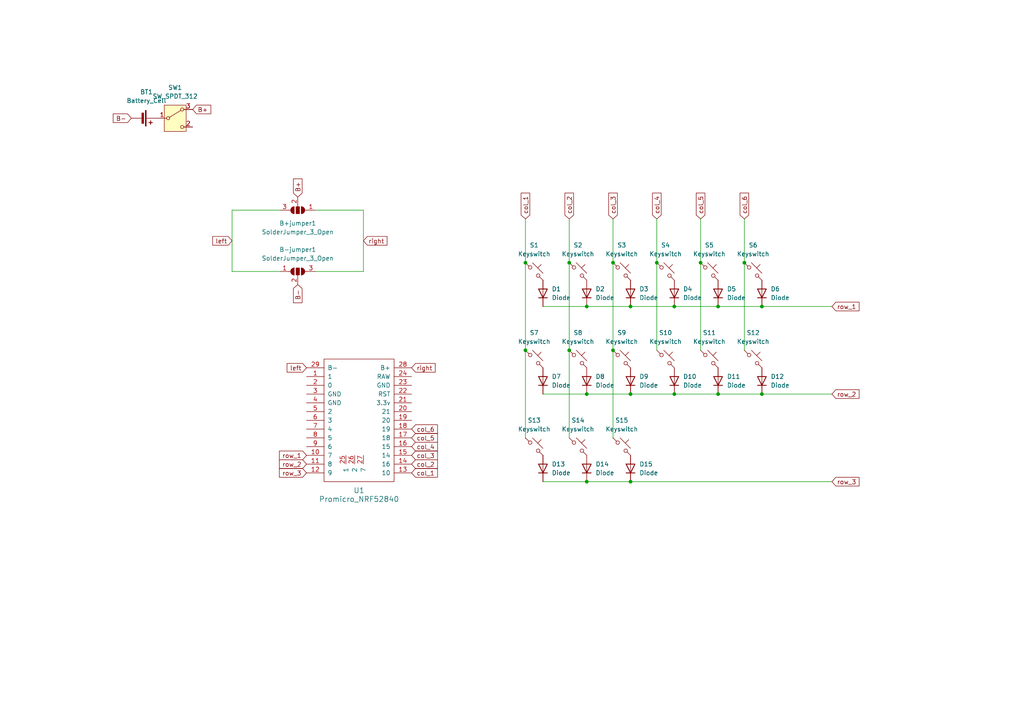
<source format=kicad_sch>
(kicad_sch (version 20250114) (generator "eeschema") (generator_version "9.0")
  (paper "A4")
  (lib_symbols
    (symbol "Device:Battery_Cell" (pin_numbers (hide yes)) (pin_names (offset 0) (hide yes))
      (property "Reference" "BT" (at 2.54 2.54 0))
      (property "Value" "Battery_Cell" (at 2.54 0 0))
      (symbol "Battery_Cell_0_1"
        (rectangle (start -2.286 1.778) (end 2.286 1.524) (fill (type outline)))
        (rectangle (start -1.524 1.016) (end 1.524 0.508) (fill (type outline)))
        (polyline (pts (xy 0 1.778) (xy 0 2.54)))
        (polyline (pts (xy 0 0.762) (xy 0 0)))
        (polyline (pts (xy 0.762 3.048) (xy 1.778 3.048)) (stroke (width 0.254)))
        (polyline (pts (xy 1.27 3.556) (xy 1.27 2.54)) (stroke (width 0.254)))
      )
      (symbol "Battery_Cell_1_1"
        (pin passive line (at 0 5.08 270) (length 2.54) (name "+") (number "1"))
        (pin passive line (at 0 -2.54 90) (length 2.54) (name "-") (number "2"))
      )
    )
    (symbol "Jumper:SolderJumper_3_Open" (pin_names (offset 0) (hide yes)) (in_bom no)
      (property "Reference" "JP" (at -2.54 -2.54 0))
      (property "Value" "SolderJumper_3_Open" (at 0 2.794 0))
      (symbol "SolderJumper_3_Open_0_1"
        (polyline (pts (xy -2.54 0) (xy -2.032 0)))
        (polyline (pts (xy -1.016 1.016) (xy -1.016 -1.016)))
        (arc (start -1.016 -1.016) (mid -2.0276 0) (end -1.016 1.016))
        (arc (start -1.016 -1.016) (mid -2.0276 0) (end -1.016 1.016) (fill (type outline)))
        (rectangle (start -0.508 1.016) (end 0.508 -1.016) (fill (type outline)))
        (polyline (pts (xy 0 -1.27) (xy 0 -1.016)))
        (arc (start 1.016 1.016) (mid 2.0276 0) (end 1.016 -1.016))
        (arc (start 1.016 1.016) (mid 2.0276 0) (end 1.016 -1.016) (fill (type outline)))
        (polyline (pts (xy 1.016 1.016) (xy 1.016 -1.016)))
        (polyline (pts (xy 2.54 0) (xy 2.032 0)))
      )
      (symbol "SolderJumper_3_Open_1_1"
        (pin passive line (at -5.08 0 0) (length 2.54) (name "A") (number "1"))
        (pin passive line (at 0 -3.81 90) (length 2.54) (name "C") (number "2"))
        (pin passive line (at 5.08 0 180) (length 2.54) (name "B") (number "3"))
      )
    )
    (symbol "Lander03xD:MCU_promicro_nrf52840" (pin_names (offset 1.016))
      (property "Reference" "U" (at 0 0 0))
      (property "Value" "Promicro_NRF52840" (at 0 -20.32 0))
      (symbol "MCU_promicro_nrf52840_0_1"
        (rectangle (start -10.16 17.78) (end 10.16 -17.78))
      )
      (symbol "MCU_promicro_nrf52840_1_1"
        (pin input line (at -15.24 15.24 0) (length 5.08) (name "B-") (number "29"))
        (pin input line (at -15.24 12.7 0) (length 5.08) (name "1") (number "1"))
        (pin input line (at -15.24 10.16 0) (length 5.08) (name "0") (number "2"))
        (pin input line (at -15.24 7.62 0) (length 5.08) (name "GND") (number "3"))
        (pin input line (at -15.24 5.08 0) (length 5.08) (name "GND") (number "4"))
        (pin input line (at -15.24 2.54 0) (length 5.08) (name "2") (number "5"))
        (pin input line (at -15.24 0 0) (length 5.08) (name "3") (number "6"))
        (pin input line (at -15.24 -2.54 0) (length 5.08) (name "4") (number "7"))
        (pin input line (at -15.24 -5.08 0) (length 5.08) (name "5") (number "8"))
        (pin input line (at -15.24 -7.62 0) (length 5.08) (name "6") (number "9"))
        (pin input line (at -15.24 -10.16 0) (length 5.08) (name "7") (number "10"))
        (pin input line (at -15.24 -12.7 0) (length 5.08) (name "8") (number "11"))
        (pin input line (at -15.24 -15.24 0) (length 5.08) (name "9") (number "12"))
        (pin input line (at -3.81 -10.16 270) (length 2.5) (name "1") (number "25"))
        (pin input line (at -1.27 -10.16 270) (length 2.5) (name "2") (number "26"))
        (pin input line (at 1.27 -10.16 270) (length 2.5) (name "7") (number "27"))
        (pin input line (at 15.24 15.24 180) (length 5.08) (name "B+") (number "28"))
        (pin input line (at 15.24 12.7 180) (length 5.08) (name "RAW") (number "24"))
        (pin input line (at 15.24 10.16 180) (length 5.08) (name "GND") (number "23"))
        (pin input line (at 15.24 7.62 180) (length 5.08) (name "RST") (number "22"))
        (pin input line (at 15.24 5.08 180) (length 5.08) (name "3.3v") (number "21"))
        (pin input line (at 15.24 2.54 180) (length 5.08) (name "21") (number "20"))
        (pin input line (at 15.24 0 180) (length 5.08) (name "20") (number "19"))
        (pin input line (at 15.24 -2.54 180) (length 5.08) (name "19") (number "18"))
        (pin input line (at 15.24 -5.08 180) (length 5.08) (name "18") (number "17"))
        (pin input line (at 15.24 -7.62 180) (length 5.08) (name "15") (number "16"))
        (pin input line (at 15.24 -10.16 180) (length 5.08) (name "14") (number "15"))
        (pin input line (at 15.24 -12.7 180) (length 5.08) (name "16") (number "14"))
        (pin input line (at 15.24 -15.24 180) (length 5.08) (name "10") (number "13"))
      )
    )
    (symbol "ScottoKeebs:Placeholder_Diode" (pin_numbers (hide yes)) (pin_names (hide yes))
      (property "Reference" "D" (at 0 2.54 0))
      (property "Value" "Diode" (at 0 -2.54 0))
      (symbol "Placeholder_Diode_0_1"
        (polyline (pts (xy -1.27 1.27) (xy -1.27 -1.27)) (stroke (width 0.254)))
        (polyline (pts (xy 1.27 1.27) (xy 1.27 -1.27) (xy -1.27 0) (xy 1.27 1.27)) (stroke (width 0.254)))
        (polyline (pts (xy 1.27 0) (xy -1.27 0)))
      )
      (symbol "Placeholder_Diode_1_1"
        (pin passive line (at -3.81 0 0) (length 2.54) (name "K") (number "1"))
        (pin passive line (at 3.81 0 180) (length 2.54) (name "A") (number "2"))
      )
    )
    (symbol "ScottoKeebs:Placeholder_Keyswitch" (pin_numbers (hide yes)) (pin_names (offset 1.016) (hide yes))
      (property "Reference" "S" (at 3.048 1.016 0))
      (property "Value" "Keyswitch" (at 0 -3.81 0))
      (symbol "Placeholder_Keyswitch_0_1"
        (polyline (pts (xy -2.54 2.54) (xy -1.524 1.524) (xy -1.524 1.524)))
        (circle (center -1.1684 1.1684) (radius 0.508))
        (polyline (pts (xy -0.508 2.54) (xy 2.54 -0.508)))
        (polyline (pts (xy 1.016 1.016) (xy 2.032 2.032)))
        (circle (center 1.143 -1.1938) (radius 0.508))
        (polyline (pts (xy 1.524 -1.524) (xy 2.54 -2.54) (xy 2.54 -2.54) (xy 2.54 -2.54)))
        (pin passive line (at -2.54 2.54 0) (length 0) (name "1") (number "1"))
        (pin passive line (at 2.54 -2.54 180) (length 0) (name "2") (number "2"))
      )
    )
    (symbol "Switch:SW_SPDT_312" (pin_names (offset 1) (hide yes))
      (property "Reference" "SW" (at 0 5.08 0))
      (property "Value" "SW_SPDT_312" (at 0 -5.08 0))
      (symbol "SW_SPDT_312_0_1"
        (circle (center -2.032 0) (radius 0.4572))
        (polyline (pts (xy -1.651 0.254) (xy 1.651 2.286)))
        (circle (center 2.032 2.54) (radius 0.4572))
        (circle (center 2.032 -2.54) (radius 0.4572))
      )
      (symbol "SW_SPDT_312_1_1"
        (rectangle (start -3.175 3.81) (end 3.175 -3.81) (fill (type background)))
        (pin passive line (at -5.08 0 0) (length 2.54) (name "B") (number "1"))
        (pin passive line (at 5.08 2.54 180) (length 2.54) (name "A") (number "3"))
        (pin passive line (at 5.08 -2.54 180) (length 2.54) (name "C") (number "2"))
      )
    )
  )
  (junction (at 208.28 88.9))
  (junction (at 177.8 101.6))
  (junction (at 165.1 76.2))
  (junction (at 195.58 88.9))
  (junction (at 215.9 76.2))
  (junction (at 170.18 139.7))
  (junction (at 220.98 114.3))
  (junction (at 195.58 114.3))
  (junction (at 152.4 101.6))
  (junction (at 170.18 114.3))
  (junction (at 220.98 88.9))
  (junction (at 182.88 88.9))
  (junction (at 203.2 76.2))
  (junction (at 152.4 76.2))
  (junction (at 165.1 101.6))
  (junction (at 190.5 76.2))
  (junction (at 182.88 139.7))
  (junction (at 182.88 114.3))
  (junction (at 208.28 114.3))
  (junction (at 170.18 88.9))
  (junction (at 177.8 76.2))
  (wire (pts (xy 152.4 63.5) (xy 152.4 76.2)))
  (wire (pts (xy 105.41 78.74) (xy 105.41 60.96)))
  (wire (pts (xy 157.48 114.3) (xy 170.18 114.3)))
  (wire (pts (xy 195.58 114.3) (xy 208.28 114.3)))
  (wire (pts (xy 215.9 76.2) (xy 215.9 101.6)))
  (wire (pts (xy 195.58 88.9) (xy 208.28 88.9)))
  (wire (pts (xy 220.98 88.9) (xy 241.3 88.9)))
  (wire (pts (xy 190.5 76.2) (xy 190.5 101.6)))
  (wire (pts (xy 170.18 114.3) (xy 182.88 114.3)))
  (wire (pts (xy 190.5 63.5) (xy 190.5 76.2)))
  (wire (pts (xy 177.8 101.6) (xy 177.8 127)))
  (wire (pts (xy 177.8 76.2) (xy 177.8 101.6)))
  (wire (pts (xy 170.18 139.7) (xy 182.88 139.7)))
  (wire (pts (xy 203.2 76.2) (xy 203.2 101.6)))
  (wire (pts (xy 67.31 60.96) (xy 81.28 60.96)))
  (wire (pts (xy 157.48 139.7) (xy 170.18 139.7)))
  (wire (pts (xy 203.2 63.5) (xy 203.2 76.2)))
  (wire (pts (xy 220.98 114.3) (xy 241.3 114.3)))
  (wire (pts (xy 152.4 101.6) (xy 152.4 127)))
  (wire (pts (xy 182.88 88.9) (xy 195.58 88.9)))
  (wire (pts (xy 165.1 101.6) (xy 165.1 127)))
  (wire (pts (xy 157.48 88.9) (xy 170.18 88.9)))
  (wire (pts (xy 81.28 78.74) (xy 67.31 78.74)))
  (wire (pts (xy 152.4 76.2) (xy 152.4 101.6)))
  (wire (pts (xy 208.28 88.9) (xy 220.98 88.9)))
  (wire (pts (xy 91.44 60.96) (xy 105.41 60.96)))
  (wire (pts (xy 165.1 63.5) (xy 165.1 76.2)))
  (wire (pts (xy 182.88 114.3) (xy 195.58 114.3)))
  (wire (pts (xy 165.1 76.2) (xy 165.1 101.6)))
  (wire (pts (xy 105.41 78.74) (xy 91.44 78.74)))
  (wire (pts (xy 182.88 139.7) (xy 241.3 139.7)))
  (wire (pts (xy 67.31 60.96) (xy 67.31 78.74)))
  (wire (pts (xy 170.18 88.9) (xy 182.88 88.9)))
  (wire (pts (xy 208.28 114.3) (xy 220.98 114.3)))
  (wire (pts (xy 177.8 63.5) (xy 177.8 76.2)))
  (wire (pts (xy 215.9 63.5) (xy 215.9 76.2)))
  (global_label "row_3" (shape input) (at 241.3 139.7 0) (property "Intersheetrefs" "${INTERSHEET_REFS}" (effects (hide yes))))
  (global_label "right" (shape input) (at 119.38 106.68 0) (property "Intersheetrefs" "${INTERSHEET_REFS}" (effects (hide yes))))
  (global_label "col_5" (shape input) (at 203.2 63.5 90) (property "Intersheetrefs" "${INTERSHEET_REFS}" (effects (hide yes))))
  (global_label "row_1" (shape input) (at 241.3 88.9 0) (property "Intersheetrefs" "${INTERSHEET_REFS}" (effects (hide yes))))
  (global_label "col_3" (shape input) (at 119.38 132.08 0) (property "Intersheetrefs" "${INTERSHEET_REFS}" (effects (hide yes))))
  (global_label "row_2" (shape input) (at 241.3 114.3 0) (property "Intersheetrefs" "${INTERSHEET_REFS}" (effects (hide yes))))
  (global_label "col_2" (shape input) (at 119.38 134.62 0) (property "Intersheetrefs" "${INTERSHEET_REFS}" (effects (hide yes))))
  (global_label "row_1" (shape input) (at 88.9 132.08 180) (property "Intersheetrefs" "${INTERSHEET_REFS}" (effects (hide yes))))
  (global_label "col_6" (shape input) (at 119.38 124.46 0) (property "Intersheetrefs" "${INTERSHEET_REFS}" (effects (hide yes))))
  (global_label "col_1" (shape input) (at 152.4 63.5 90) (property "Intersheetrefs" "${INTERSHEET_REFS}" (effects (hide yes))))
  (global_label "B+" (shape input) (at 55.88 31.75 0) (property "Intersheetrefs" "${INTERSHEET_REFS}" (effects (hide yes))))
  (global_label "right" (shape input) (at 105.41 69.85 0) (property "Intersheetrefs" "${INTERSHEET_REFS}" (effects (hide yes))))
  (global_label "B-" (shape input) (at 86.36 82.55 270) (property "Intersheetrefs" "${INTERSHEET_REFS}" (effects (hide yes))))
  (global_label "row_2" (shape input) (at 88.9 134.62 180) (property "Intersheetrefs" "${INTERSHEET_REFS}" (effects (hide yes))))
  (global_label "left" (shape input) (at 67.31 69.85 180) (property "Intersheetrefs" "${INTERSHEET_REFS}" (effects (hide yes))))
  (global_label "B-" (shape input) (at 38.1 34.29 180) (property "Intersheetrefs" "${INTERSHEET_REFS}" (effects (hide yes))))
  (global_label "col_2" (shape input) (at 165.1 63.5 90) (property "Intersheetrefs" "${INTERSHEET_REFS}" (effects (hide yes))))
  (global_label "col_6" (shape input) (at 215.9 63.5 90) (property "Intersheetrefs" "${INTERSHEET_REFS}" (effects (hide yes))))
  (global_label "col_1" (shape input) (at 119.38 137.16 0) (property "Intersheetrefs" "${INTERSHEET_REFS}" (effects (hide yes))))
  (global_label "left" (shape input) (at 88.9 106.68 180) (property "Intersheetrefs" "${INTERSHEET_REFS}" (effects (hide yes))))
  (global_label "col_3" (shape input) (at 177.8 63.5 90) (property "Intersheetrefs" "${INTERSHEET_REFS}" (effects (hide yes))))
  (global_label "col_4" (shape input) (at 119.38 129.54 0) (property "Intersheetrefs" "${INTERSHEET_REFS}" (effects (hide yes))))
  (global_label "col_4" (shape input) (at 190.5 63.5 90) (property "Intersheetrefs" "${INTERSHEET_REFS}" (effects (hide yes))))
  (global_label "col_5" (shape input) (at 119.38 127 0) (property "Intersheetrefs" "${INTERSHEET_REFS}" (effects (hide yes))))
  (global_label "B+" (shape input) (at 86.36 57.15 90) (property "Intersheetrefs" "${INTERSHEET_REFS}" (effects (hide yes))))
  (global_label "row_3" (shape input) (at 88.9 137.16 180) (property "Intersheetrefs" "${INTERSHEET_REFS}" (effects (hide yes))))
  (symbol (lib_id "ScottoKeebs:Placeholder_Diode") (at 170.18 110.49 90) (unit 1)
    (property "Reference" "D8" (at 172.72 109.2199 90) (effects (justify right)))
    (property "Value" "Diode" (at 172.72 111.7599 90) (effects (justify right)))
    (property "Footprint" "ScottoKeebs_Components:Diode_DO-35" (effects (hide yes)))
    (property "Description" "1N4148 (DO-35) or 1N4148W (SOD-123)" (effects (hide yes)))
    (property "Sim.Device" "D" (effects (hide yes)))
    (property "Sim.Pins" "1=K 2=A" (effects (hide yes)))
  )
  (symbol (lib_id "ScottoKeebs:Placeholder_Diode") (at 157.48 135.89 90) (unit 1)
    (property "Reference" "D13" (at 160.02 134.6199 90) (effects (justify right)))
    (property "Value" "Diode" (at 160.02 137.1599 90) (effects (justify right)))
    (property "Footprint" "ScottoKeebs_Components:Diode_DO-35" (effects (hide yes)))
    (property "Description" "1N4148 (DO-35) or 1N4148W (SOD-123)" (effects (hide yes)))
    (property "Sim.Device" "D" (effects (hide yes)))
    (property "Sim.Pins" "1=K 2=A" (effects (hide yes)))
  )
  (symbol (lib_id "ScottoKeebs:Placeholder_Diode") (at 157.48 85.09 90) (unit 1)
    (property "Reference" "D1" (at 160.02 83.8199 90) (effects (justify right)))
    (property "Value" "Diode" (at 160.02 86.3599 90) (effects (justify right)))
    (property "Footprint" "ScottoKeebs_Components:Diode_DO-35" (effects (hide yes)))
    (property "Description" "1N4148 (DO-35) or 1N4148W (SOD-123)" (effects (hide yes)))
    (property "Sim.Device" "D" (effects (hide yes)))
    (property "Sim.Pins" "1=K 2=A" (effects (hide yes)))
  )
  (symbol (lib_id "Device:Battery_Cell") (at 40.64 34.29 270) (unit 1)
    (property "Reference" "BT1" (at 42.4815 26.67 90))
    (property "Value" "Battery_Cell" (at 42.4815 29.21 90))
    (property "Footprint" "lander03xD:SbM-9202_14250_battery_holder" (effects (hide yes)))
    (property "Description" "Single-cell battery" (effects (hide yes)))
  )
  (symbol (lib_id "ScottoKeebs:Placeholder_Keyswitch") (at 154.94 78.74 0) (unit 1)
    (property "Reference" "S1" (at 154.94 71.12 0))
    (property "Value" "Keyswitch" (at 154.94 73.66 0))
    (property "Footprint" "lander03xD:Hotswap_MX_1.00u_reversible_18.5mm" (effects (hide yes)))
    (property "Description" "Push button switch, normally open, two pins, 45° tilted" (effects (hide yes)))
  )
  (symbol (lib_id "ScottoKeebs:Placeholder_Diode") (at 195.58 110.49 90) (unit 1)
    (property "Reference" "D10" (at 198.12 109.2199 90) (effects (justify right)))
    (property "Value" "Diode" (at 198.12 111.7599 90) (effects (justify right)))
    (property "Footprint" "ScottoKeebs_Components:Diode_DO-35" (effects (hide yes)))
    (property "Description" "1N4148 (DO-35) or 1N4148W (SOD-123)" (effects (hide yes)))
    (property "Sim.Device" "D" (effects (hide yes)))
    (property "Sim.Pins" "1=K 2=A" (effects (hide yes)))
  )
  (symbol (lib_id "ScottoKeebs:Placeholder_Diode") (at 195.58 85.09 90) (unit 1)
    (property "Reference" "D4" (at 198.12 83.8199 90) (effects (justify right)))
    (property "Value" "Diode" (at 198.12 86.3599 90) (effects (justify right)))
    (property "Footprint" "ScottoKeebs_Components:Diode_DO-35" (effects (hide yes)))
    (property "Description" "1N4148 (DO-35) or 1N4148W (SOD-123)" (effects (hide yes)))
    (property "Sim.Device" "D" (effects (hide yes)))
    (property "Sim.Pins" "1=K 2=A" (effects (hide yes)))
  )
  (symbol (lib_id "ScottoKeebs:Placeholder_Diode") (at 208.28 110.49 90) (unit 1)
    (property "Reference" "D11" (at 210.82 109.2199 90) (effects (justify right)))
    (property "Value" "Diode" (at 210.82 111.7599 90) (effects (justify right)))
    (property "Footprint" "ScottoKeebs_Components:Diode_DO-35" (effects (hide yes)))
    (property "Description" "1N4148 (DO-35) or 1N4148W (SOD-123)" (effects (hide yes)))
    (property "Sim.Device" "D" (effects (hide yes)))
    (property "Sim.Pins" "1=K 2=A" (effects (hide yes)))
  )
  (symbol (lib_id "ScottoKeebs:Placeholder_Keyswitch") (at 167.64 104.14 0) (unit 1)
    (property "Reference" "S8" (at 167.64 96.52 0))
    (property "Value" "Keyswitch" (at 167.64 99.06 0))
    (property "Footprint" "lander03xD:Hotswap_MX_1.00u_reversible_18.5mm" (effects (hide yes)))
    (property "Description" "Push button switch, normally open, two pins, 45° tilted" (effects (hide yes)))
  )
  (symbol (lib_id "ScottoKeebs:Placeholder_Keyswitch") (at 193.04 78.74 0) (unit 1)
    (property "Reference" "S4" (at 193.04 71.12 0))
    (property "Value" "Keyswitch" (at 193.04 73.66 0))
    (property "Footprint" "lander03xD:Hotswap_MX_1.00u_reversible_18.5mm" (effects (hide yes)))
    (property "Description" "Push button switch, normally open, two pins, 45° tilted" (effects (hide yes)))
  )
  (symbol (lib_id "ScottoKeebs:Placeholder_Diode") (at 182.88 135.89 90) (unit 1)
    (property "Reference" "D15" (at 185.42 134.6199 90) (effects (justify right)))
    (property "Value" "Diode" (at 185.42 137.1599 90) (effects (justify right)))
    (property "Footprint" "ScottoKeebs_Components:Diode_DO-35" (effects (hide yes)))
    (property "Description" "1N4148 (DO-35) or 1N4148W (SOD-123)" (effects (hide yes)))
    (property "Sim.Device" "D" (effects (hide yes)))
    (property "Sim.Pins" "1=K 2=A" (effects (hide yes)))
  )
  (symbol (lib_id "ScottoKeebs:Placeholder_Diode") (at 170.18 135.89 90) (unit 1)
    (property "Reference" "D14" (at 172.72 134.6199 90) (effects (justify right)))
    (property "Value" "Diode" (at 172.72 137.1599 90) (effects (justify right)))
    (property "Footprint" "ScottoKeebs_Components:Diode_DO-35" (effects (hide yes)))
    (property "Description" "1N4148 (DO-35) or 1N4148W (SOD-123)" (effects (hide yes)))
    (property "Sim.Device" "D" (effects (hide yes)))
    (property "Sim.Pins" "1=K 2=A" (effects (hide yes)))
  )
  (symbol (lib_id "ScottoKeebs:Placeholder_Keyswitch") (at 218.44 78.74 0) (unit 1)
    (property "Reference" "S6" (at 218.44 71.12 0))
    (property "Value" "Keyswitch" (at 218.44 73.66 0))
    (property "Footprint" "lander03xD:Hotswap_MX_1.00u_reversible_18.5mm" (effects (hide yes)))
    (property "Description" "Push button switch, normally open, two pins, 45° tilted" (effects (hide yes)))
  )
  (symbol (lib_id "ScottoKeebs:Placeholder_Keyswitch") (at 154.94 104.14 0) (unit 1)
    (property "Reference" "S7" (at 154.94 96.52 0))
    (property "Value" "Keyswitch" (at 154.94 99.06 0))
    (property "Footprint" "lander03xD:Hotswap_MX_1.00u_reversible_18.5mm" (effects (hide yes)))
    (property "Description" "Push button switch, normally open, two pins, 45° tilted" (effects (hide yes)))
  )
  (symbol (lib_id "Jumper:SolderJumper_3_Open") (at 86.36 60.96 180) (unit 1) (in_bom no)
    (property "Reference" "B+jumper1" (at 86.36 64.77 0))
    (property "Value" "SolderJumper_3_Open" (at 86.36 67.31 0))
    (property "Footprint" "Jumper:SolderJumper-3_P2.0mm_Open_TrianglePad1.0x1.5mm" (effects (hide yes)))
    (property "Description" "Solder Jumper, 3-pole, open" (effects (hide yes)))
  )
  (symbol (lib_id "ScottoKeebs:Placeholder_Keyswitch") (at 218.44 104.14 0) (unit 1)
    (property "Reference" "S12" (at 218.44 96.52 0))
    (property "Value" "Keyswitch" (at 218.44 99.06 0))
    (property "Footprint" "lander03xD:Hotswap_MX_1.00u_reversible_18.5mm" (effects (hide yes)))
    (property "Description" "Push button switch, normally open, two pins, 45° tilted" (effects (hide yes)))
  )
  (symbol (lib_id "Jumper:SolderJumper_3_Open") (at 86.36 78.74 0) (unit 1) (in_bom no)
    (property "Reference" "B-jumper1" (at 86.36 72.39 0))
    (property "Value" "SolderJumper_3_Open" (at 86.36 74.93 0))
    (property "Footprint" "Jumper:SolderJumper-3_P2.0mm_Open_TrianglePad1.0x1.5mm" (effects (hide yes)))
    (property "Description" "Solder Jumper, 3-pole, open" (effects (hide yes)))
  )
  (symbol (lib_id "ScottoKeebs:Placeholder_Keyswitch") (at 154.94 129.54 0) (unit 1)
    (property "Reference" "S13" (at 154.94 121.92 0))
    (property "Value" "Keyswitch" (at 154.94 124.46 0))
    (property "Footprint" "lander03xD:Hotswap_MX_1.00u_reversible_18.5mm" (effects (hide yes)))
    (property "Description" "Push button switch, normally open, two pins, 45° tilted" (effects (hide yes)))
  )
  (symbol (lib_id "ScottoKeebs:Placeholder_Diode") (at 220.98 110.49 90) (unit 1)
    (property "Reference" "D12" (at 223.52 109.2199 90) (effects (justify right)))
    (property "Value" "Diode" (at 223.52 111.7599 90) (effects (justify right)))
    (property "Footprint" "ScottoKeebs_Components:Diode_DO-35" (effects (hide yes)))
    (property "Description" "1N4148 (DO-35) or 1N4148W (SOD-123)" (effects (hide yes)))
    (property "Sim.Device" "D" (effects (hide yes)))
    (property "Sim.Pins" "1=K 2=A" (effects (hide yes)))
  )
  (symbol (lib_id "ScottoKeebs:Placeholder_Keyswitch") (at 167.64 129.54 0) (unit 1)
    (property "Reference" "S14" (at 167.64 121.92 0))
    (property "Value" "Keyswitch" (at 167.64 124.46 0))
    (property "Footprint" "lander03xD:Hotswap_MX_1.00u_reversible_18.5mm" (effects (hide yes)))
    (property "Description" "Push button switch, normally open, two pins, 45° tilted" (effects (hide yes)))
  )
  (symbol (lib_id "ScottoKeebs:Placeholder_Diode") (at 170.18 85.09 90) (unit 1)
    (property "Reference" "D2" (at 172.72 83.8199 90) (effects (justify right)))
    (property "Value" "Diode" (at 172.72 86.3599 90) (effects (justify right)))
    (property "Footprint" "ScottoKeebs_Components:Diode_DO-35" (effects (hide yes)))
    (property "Description" "1N4148 (DO-35) or 1N4148W (SOD-123)" (effects (hide yes)))
    (property "Sim.Device" "D" (effects (hide yes)))
    (property "Sim.Pins" "1=K 2=A" (effects (hide yes)))
  )
  (symbol (lib_id "ScottoKeebs:Placeholder_Keyswitch") (at 180.34 104.14 0) (unit 1)
    (property "Reference" "S9" (at 180.34 96.52 0))
    (property "Value" "Keyswitch" (at 180.34 99.06 0))
    (property "Footprint" "lander03xD:Hotswap_MX_1.00u_reversible_18.5mm" (effects (hide yes)))
    (property "Description" "Push button switch, normally open, two pins, 45° tilted" (effects (hide yes)))
  )
  (symbol (lib_id "ScottoKeebs:Placeholder_Keyswitch") (at 193.04 104.14 0) (unit 1)
    (property "Reference" "S10" (at 193.04 96.52 0))
    (property "Value" "Keyswitch" (at 193.04 99.06 0))
    (property "Footprint" "lander03xD:Hotswap_MX_1.00u_reversible_18.5mm" (effects (hide yes)))
    (property "Description" "Push button switch, normally open, two pins, 45° tilted" (effects (hide yes)))
  )
  (symbol (lib_id "ScottoKeebs:Placeholder_Diode") (at 220.98 85.09 90) (unit 1)
    (property "Reference" "D6" (at 223.52 83.8199 90) (effects (justify right)))
    (property "Value" "Diode" (at 223.52 86.3599 90) (effects (justify right)))
    (property "Footprint" "ScottoKeebs_Components:Diode_DO-35" (effects (hide yes)))
    (property "Description" "1N4148 (DO-35) or 1N4148W (SOD-123)" (effects (hide yes)))
    (property "Sim.Device" "D" (effects (hide yes)))
    (property "Sim.Pins" "1=K 2=A" (effects (hide yes)))
  )
  (symbol (lib_id "Lander03xD:MCU_promicro_nrf52840") (at 104.14 121.92 0) (unit 1)
    (property "Reference" "U1" (at 104.14 142.24 0) (effects (font (size 1.524 1.524))))
    (property "Value" "Promicro_NRF52840" (at 104.14 144.78 0) (effects (font (size 1.524 1.524))))
    (property "Footprint" "lander03xD:Promicro_nrf52840" (effects (hide yes)))
  )
  (symbol (lib_id "ScottoKeebs:Placeholder_Diode") (at 157.48 110.49 90) (unit 1)
    (property "Reference" "D7" (at 160.02 109.2199 90) (effects (justify right)))
    (property "Value" "Diode" (at 160.02 111.7599 90) (effects (justify right)))
    (property "Footprint" "ScottoKeebs_Components:Diode_DO-35" (effects (hide yes)))
    (property "Description" "1N4148 (DO-35) or 1N4148W (SOD-123)" (effects (hide yes)))
    (property "Sim.Device" "D" (effects (hide yes)))
    (property "Sim.Pins" "1=K 2=A" (effects (hide yes)))
  )
  (symbol (lib_id "ScottoKeebs:Placeholder_Keyswitch") (at 180.34 78.74 0) (unit 1)
    (property "Reference" "S3" (at 180.34 71.12 0))
    (property "Value" "Keyswitch" (at 180.34 73.66 0))
    (property "Footprint" "lander03xD:Hotswap_MX_1.00u_reversible_18.5mm" (effects (hide yes)))
    (property "Description" "Push button switch, normally open, two pins, 45° tilted" (effects (hide yes)))
  )
  (symbol (lib_id "ScottoKeebs:Placeholder_Keyswitch") (at 180.34 129.54 0) (unit 1)
    (property "Reference" "S15" (at 180.34 121.92 0))
    (property "Value" "Keyswitch" (at 180.34 124.46 0))
    (property "Footprint" "lander03xD:Hotswap_MX_1.00u_reversible_18.5mm" (effects (hide yes)))
    (property "Description" "Push button switch, normally open, two pins, 45° tilted" (effects (hide yes)))
  )
  (symbol (lib_id "ScottoKeebs:Placeholder_Keyswitch") (at 205.74 78.74 0) (unit 1)
    (property "Reference" "S5" (at 205.74 71.12 0))
    (property "Value" "Keyswitch" (at 205.74 73.66 0))
    (property "Footprint" "lander03xD:Hotswap_MX_1.00u_reversible_18.5mm" (effects (hide yes)))
    (property "Description" "Push button switch, normally open, two pins, 45° tilted" (effects (hide yes)))
  )
  (symbol (lib_id "ScottoKeebs:Placeholder_Diode") (at 208.28 85.09 90) (unit 1)
    (property "Reference" "D5" (at 210.82 83.8199 90) (effects (justify right)))
    (property "Value" "Diode" (at 210.82 86.3599 90) (effects (justify right)))
    (property "Footprint" "ScottoKeebs_Components:Diode_DO-35" (effects (hide yes)))
    (property "Description" "1N4148 (DO-35) or 1N4148W (SOD-123)" (effects (hide yes)))
    (property "Sim.Device" "D" (effects (hide yes)))
    (property "Sim.Pins" "1=K 2=A" (effects (hide yes)))
  )
  (symbol (lib_id "ScottoKeebs:Placeholder_Diode") (at 182.88 85.09 90) (unit 1)
    (property "Reference" "D3" (at 185.42 83.8199 90) (effects (justify right)))
    (property "Value" "Diode" (at 185.42 86.3599 90) (effects (justify right)))
    (property "Footprint" "ScottoKeebs_Components:Diode_DO-35" (effects (hide yes)))
    (property "Description" "1N4148 (DO-35) or 1N4148W (SOD-123)" (effects (hide yes)))
    (property "Sim.Device" "D" (effects (hide yes)))
    (property "Sim.Pins" "1=K 2=A" (effects (hide yes)))
  )
  (symbol (lib_id "ScottoKeebs:Placeholder_Keyswitch") (at 205.74 104.14 0) (unit 1)
    (property "Reference" "S11" (at 205.74 96.52 0))
    (property "Value" "Keyswitch" (at 205.74 99.06 0))
    (property "Footprint" "lander03xD:Hotswap_MX_1.00u_reversible_18.5mm" (effects (hide yes)))
    (property "Description" "Push button switch, normally open, two pins, 45° tilted" (effects (hide yes)))
  )
  (symbol (lib_id "ScottoKeebs:Placeholder_Keyswitch") (at 167.64 78.74 0) (unit 1)
    (property "Reference" "S2" (at 167.64 71.12 0))
    (property "Value" "Keyswitch" (at 167.64 73.66 0))
    (property "Footprint" "lander03xD:Hotswap_MX_1.00u_reversible_18.5mm" (effects (hide yes)))
    (property "Description" "Push button switch, normally open, two pins, 45° tilted" (effects (hide yes)))
  )
  (symbol (lib_id "Switch:SW_SPDT_312") (at 50.8 34.29 0) (unit 1)
    (property "Reference" "SW1" (at 50.8 25.4 0))
    (property "Value" "SW_SPDT_312" (at 50.8 27.94 0))
    (property "Footprint" "lander03xD:SW_Vertical_Slide_5mm" (effects (hide yes)))
    (property "Description" "Switch, single pole double throw" (effects (hide yes)))
  )
  (symbol (lib_id "ScottoKeebs:Placeholder_Diode") (at 182.88 110.49 90) (unit 1)
    (property "Reference" "D9" (at 185.42 109.2199 90) (effects (justify right)))
    (property "Value" "Diode" (at 185.42 111.7599 90) (effects (justify right)))
    (property "Footprint" "ScottoKeebs_Components:Diode_DO-35" (effects (hide yes)))
    (property "Description" "1N4148 (DO-35) or 1N4148W (SOD-123)" (effects (hide yes)))
    (property "Sim.Device" "D" (effects (hide yes)))
    (property "Sim.Pins" "1=K 2=A" (effects (hide yes)))
  )
)
</source>
